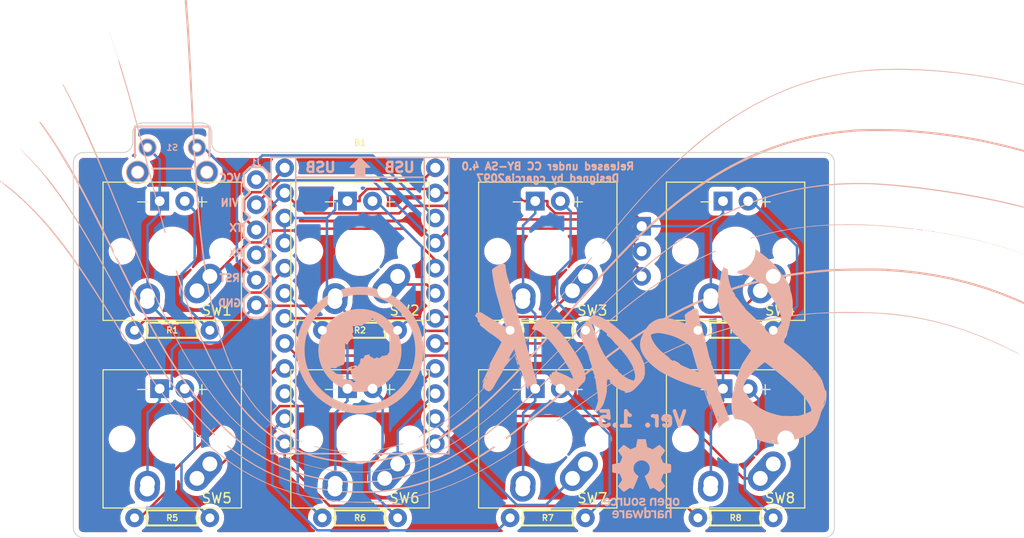
<source format=kicad_pcb>
(kicad_pcb (version 20171130) (host pcbnew 5.1.2-f72e74a~84~ubuntu18.04.1)
  (layers (0 F.Cu signal) (31 B.Cu signal) (34 B.Paste user) (35 F.Paste user) (36 B.SilkS user) (37 F.SilkS user) (38 B.Mask user) (39 F.Mask user) (44 Edge.Cuts user))
  (net 0 "")
  (net 1 VIN)
  (net 2 GND)
  (net 3 RESET)
  (net 4 VCC)
  (net 5 KEY1)
  (net 6 KEY2)
  (net 7 KEY3)
  (net 8 KEY4)
  (net 9 KEY5)
  (net 10 KEY6)
  (net 11 KEY7)
  (net 12 KEY8)
  (net 13 LED8)
  (net 14 LED7)
  (net 15 LED6)
  (net 16 LED5)
  (net 17 LED4)
  (net 18 LED3)
  (net 19 LED2)
  (net 20 LED1)
  (net 21 RX)
  (net 22 TX)
  (net 23 "Net-(R1-PadP$2)")
  (net 24 "Net-(R2-PadP$2)")
  (net 25 "Net-(R3-PadP$2)")
  (net 26 "Net-(R4-PadP$2)")
  (net 27 "Net-(R5-PadP$2)")
  (net 28 "Net-(R6-PadP$2)")
  (net 29 "Net-(R7-PadP$2)")
  (net 30 "Net-(R8-PadP$2)")
  (module Connectors:1X03_NO_SILK (layer F.Cu) (at 172.5 92.54 90)
    (fp_text reference >NAME hide)
    (fp_text value >VALUE hide)
    (pad 3 thru_hole rect (at 5.08 0 90) (size 1.8796 1.8796) (drill 1.016) (layers *.Cu *.Mask) (net 2 GND))
    (pad 2 thru_hole circle (at 2.54 0 90) (size 1.8796 1.8796) (drill 1.016) (layers *.Cu *.Mask) (net 21 RX))
    (pad 1 thru_hole circle (at 0 0 90) (size 1.8796 1.8796) (drill 1.016) (layers *.Cu *.Mask) (net 4 VCC))
  )
  (module logos:osu_ontario_silkscreen_15mm_x_15mm (layer B.Cu) (at 144 100 180)
    (fp_text reference G2 hide)
    (fp_text value LOGO hide)
  )
  (module logos:bionic_medium (layer B.Cu) (at 157 98.425 180)
    (fp_text reference G3 hide)
    (fp_text value LOGO hide)
  )
  (module Symbol:OSHW-Logo_7.5x8mm_SilkScreen (layer B.Cu) (at 172.5 113.03 180)
    (fp_text reference REF1 hide)
    (fp_text value OSHW-Logo_7.5x8mm_SilkScreen hide)
  )
  (module Boards:SPARKFUN_PRO_MICRO (layer F.Cu) (at 144 94.25)
    (fp_text reference B1 (at 0 -15.24) (layer F.SilkS) (effects (font (size 0.6096 0.6096) (thickness 0.127))))
    (fp_text value >VALUE hide)
    (pad 24 thru_hole circle (at 7.62 -12.7) (size 1.8796 1.8796) (drill 1.016) (layers *.Cu *.Mask) (net 1 VIN))
    (pad 23 thru_hole circle (at 7.62 -10.16) (size 1.8796 1.8796) (drill 1.016) (layers *.Cu *.Mask) (net 2 GND))
    (pad 22 thru_hole circle (at 7.62 -7.62) (size 1.8796 1.8796) (drill 1.016) (layers *.Cu *.Mask) (net 3 RESET))
    (pad 21 thru_hole circle (at 7.62 -5.08) (size 1.8796 1.8796) (drill 1.016) (layers *.Cu *.Mask) (net 4 VCC))
    (pad 20 thru_hole circle (at 7.62 -2.54) (size 1.8796 1.8796) (drill 1.016) (layers *.Cu *.Mask) (net 5 KEY1))
    (pad 19 thru_hole circle (at 7.62 0) (size 1.8796 1.8796) (drill 1.016) (layers *.Cu *.Mask) (net 6 KEY2))
    (pad 18 thru_hole circle (at 7.62 2.54) (size 1.8796 1.8796) (drill 1.016) (layers *.Cu *.Mask) (net 7 KEY3))
    (pad 17 thru_hole circle (at 7.62 5.08) (size 1.8796 1.8796) (drill 1.016) (layers *.Cu *.Mask) (net 8 KEY4))
    (pad 16 thru_hole circle (at 7.62 7.62) (size 1.8796 1.8796) (drill 1.016) (layers *.Cu *.Mask) (net 9 KEY5))
    (pad 15 thru_hole circle (at 7.62 10.16) (size 1.8796 1.8796) (drill 1.016) (layers *.Cu *.Mask) (net 10 KEY6))
    (pad 14 thru_hole circle (at 7.62 12.7) (size 1.8796 1.8796) (drill 1.016) (layers *.Cu *.Mask) (net 11 KEY7))
    (pad 13 thru_hole circle (at 7.62 15.24) (size 1.8796 1.8796) (drill 1.016) (layers *.Cu *.Mask) (net 12 KEY8))
    (pad 12 thru_hole circle (at -7.62 15.24) (size 1.8796 1.8796) (drill 1.016) (layers *.Cu *.Mask) (net 13 LED8))
    (pad 11 thru_hole circle (at -7.62 12.7) (size 1.8796 1.8796) (drill 1.016) (layers *.Cu *.Mask) (net 14 LED7))
    (pad 10 thru_hole circle (at -7.62 10.16) (size 1.8796 1.8796) (drill 1.016) (layers *.Cu *.Mask) (net 15 LED6))
    (pad 9 thru_hole circle (at -7.62 7.62) (size 1.8796 1.8796) (drill 1.016) (layers *.Cu *.Mask) (net 16 LED5))
    (pad 8 thru_hole circle (at -7.62 5.08) (size 1.8796 1.8796) (drill 1.016) (layers *.Cu *.Mask) (net 17 LED4))
    (pad 7 thru_hole circle (at -7.62 2.54) (size 1.8796 1.8796) (drill 1.016) (layers *.Cu *.Mask) (net 18 LED3))
    (pad 6 thru_hole circle (at -7.62 0) (size 1.8796 1.8796) (drill 1.016) (layers *.Cu *.Mask) (net 19 LED2))
    (pad 5 thru_hole circle (at -7.62 -2.54) (size 1.8796 1.8796) (drill 1.016) (layers *.Cu *.Mask) (net 20 LED1))
    (pad 4 thru_hole circle (at -7.62 -5.08) (size 1.8796 1.8796) (drill 1.016) (layers *.Cu *.Mask) (net 2 GND))
    (pad 3 thru_hole circle (at -7.62 -7.62) (size 1.8796 1.8796) (drill 1.016) (layers *.Cu *.Mask) (net 2 GND))
    (pad 2 thru_hole circle (at -7.62 -10.16) (size 1.8796 1.8796) (drill 1.016) (layers *.Cu *.Mask) (net 21 RX))
    (pad 1 thru_hole circle (at -7.62 -12.7) (size 1.8796 1.8796) (drill 1.016) (layers *.Cu *.Mask) (net 22 TX))
  )
  (module Resistors:AXIAL-0.3 (layer F.Cu) (at 163 98)
    (fp_text reference R3 (at 0 0) (layer F.SilkS) (effects (font (size 0.6096 0.6096) (thickness 0.127))))
    (fp_text value RESISTORAXIAL-0.3 hide)
    (pad P$2 thru_hole circle (at 3.81 0) (size 1.8796 1.8796) (drill 0.89916) (layers *.Cu *.Mask) (net 25 "Net-(R3-PadP$2)"))
    (pad P$1 thru_hole circle (at -3.81 0) (size 1.8796 1.8796) (drill 0.89916) (layers *.Cu *.Mask) (net 18 LED3))
  )
  (module libkeyswitch-1_1:MX_ALPS_LED_PCB_MOUNT_1.0 (layer F.Cu) (at 163 90 180)
    (fp_text reference SW3 (at -4.5 -6) (layer F.SilkS))
    (fp_text value MOMENTARY-SWITCH-SPST-LED-PTH-CHERRY)
    (pad A thru_hole circle (at -1.27 5.08 180) (size 1.905 1.905) (drill 0.9906) (layers *.Cu *.Mask) (net 25 "Net-(R3-PadP$2)"))
    (pad K thru_hole rect (at 1.27 5.08 180) (size 1.905 1.905) (drill 0.9906) (layers *.Cu *.Mask) (net 2 GND))
    (pad "" np_thru_hole circle (at 0 0 180) (size 3.9878 3.9878) (drill 3.9878) (layers *.Cu *.Mask))
    (pad S2 thru_hole custom (at 2.5 -4.5 180) (size 2.54 2.54) (drill 1.4986) (layers *.Cu *.Mask) (net 2 GND) (options (clearance outline) (anchor circle)) (primitives (gr_line (start 0 0) (end 0.04 -0.58) (width 2.54))))
    (pad S2 thru_hole circle (at 2.54 -5.08 180) (size 2.54 2.54) (drill 1.4986) (layers *.Cu *.Mask) (net 2 GND))
    (pad "" np_thru_hole circle (at -5.08 0 180) (size 1.7018 1.7018) (drill 1.7018) (layers *.Cu *.Mask))
    (pad S1 thru_hole custom (at -3.81 -2.54 180) (size 2.54 2.54) (drill 1.4986) (layers *.Cu *.Mask) (net 7 KEY3) (options (clearance outline) (anchor circle)) (primitives (gr_line (start 0 0) (end 1.31 -1.46) (width 2.54))))
    (pad S1 thru_hole circle (at -2.5 -4 180) (size 2.54 2.54) (drill 1.4986) (layers *.Cu *.Mask) (net 7 KEY3))
    (pad "" np_thru_hole circle (at 5.08 0 180) (size 1.7018 1.7018) (drill 1.7018) (layers *.Cu *.Mask))
  )
  (module libkeyswitch-1_1:MX_ALPS_LED_PCB_MOUNT_1.0 (layer F.Cu) (at 182 109 180)
    (fp_text reference SW8 (at -4.5 -6) (layer F.SilkS))
    (fp_text value MOMENTARY-SWITCH-SPST-LED-PTH-CHERRY)
    (pad A thru_hole circle (at -1.27 5.08 180) (size 1.905 1.905) (drill 0.9906) (layers *.Cu *.Mask) (net 30 "Net-(R8-PadP$2)"))
    (pad K thru_hole rect (at 1.27 5.08 180) (size 1.905 1.905) (drill 0.9906) (layers *.Cu *.Mask) (net 2 GND))
    (pad "" np_thru_hole circle (at 0 0 180) (size 3.9878 3.9878) (drill 3.9878) (layers *.Cu *.Mask))
    (pad S2 thru_hole custom (at 2.5 -4.5 180) (size 2.54 2.54) (drill 1.4986) (layers *.Cu *.Mask) (net 2 GND) (options (clearance outline) (anchor circle)) (primitives (gr_line (start 0 0) (end 0.04 -0.58) (width 2.54))))
    (pad S2 thru_hole circle (at 2.54 -5.08 180) (size 2.54 2.54) (drill 1.4986) (layers *.Cu *.Mask) (net 2 GND))
    (pad "" np_thru_hole circle (at -5.08 0 180) (size 1.7018 1.7018) (drill 1.7018) (layers *.Cu *.Mask))
    (pad S1 thru_hole custom (at -3.81 -2.54 180) (size 2.54 2.54) (drill 1.4986) (layers *.Cu *.Mask) (net 12 KEY8) (options (clearance outline) (anchor circle)) (primitives (gr_line (start 0 0) (end 1.31 -1.46) (width 2.54))))
    (pad S1 thru_hole circle (at -2.5 -4 180) (size 2.54 2.54) (drill 1.4986) (layers *.Cu *.Mask) (net 12 KEY8))
    (pad "" np_thru_hole circle (at 5.08 0 180) (size 1.7018 1.7018) (drill 1.7018) (layers *.Cu *.Mask))
  )
  (module Resistors:AXIAL-0.3 (layer F.Cu) (at 144 117)
    (fp_text reference R6 (at 0 0) (layer F.SilkS) (effects (font (size 0.6096 0.6096) (thickness 0.127))))
    (fp_text value RESISTORAXIAL-0.3 hide)
    (pad P$2 thru_hole circle (at 3.81 0) (size 1.8796 1.8796) (drill 0.89916) (layers *.Cu *.Mask) (net 28 "Net-(R6-PadP$2)"))
    (pad P$1 thru_hole circle (at -3.81 0) (size 1.8796 1.8796) (drill 0.89916) (layers *.Cu *.Mask) (net 15 LED6))
  )
  (module libkeyswitch-1_1:MX_ALPS_LED_PCB_MOUNT_1.0 (layer F.Cu) (at 182 90 180)
    (fp_text reference SW4 (at -4.5 -6) (layer F.SilkS))
    (fp_text value MOMENTARY-SWITCH-SPST-LED-PTH-CHERRY)
    (pad A thru_hole circle (at -1.27 5.08 180) (size 1.905 1.905) (drill 0.9906) (layers *.Cu *.Mask) (net 26 "Net-(R4-PadP$2)"))
    (pad K thru_hole rect (at 1.27 5.08 180) (size 1.905 1.905) (drill 0.9906) (layers *.Cu *.Mask) (net 2 GND))
    (pad "" np_thru_hole circle (at 0 0 180) (size 3.9878 3.9878) (drill 3.9878) (layers *.Cu *.Mask))
    (pad S2 thru_hole custom (at 2.5 -4.5 180) (size 2.54 2.54) (drill 1.4986) (layers *.Cu *.Mask) (net 2 GND) (options (clearance outline) (anchor circle)) (primitives (gr_line (start 0 0) (end 0.04 -0.58) (width 2.54))))
    (pad S2 thru_hole circle (at 2.54 -5.08 180) (size 2.54 2.54) (drill 1.4986) (layers *.Cu *.Mask) (net 2 GND))
    (pad "" np_thru_hole circle (at -5.08 0 180) (size 1.7018 1.7018) (drill 1.7018) (layers *.Cu *.Mask))
    (pad S1 thru_hole custom (at -3.81 -2.54 180) (size 2.54 2.54) (drill 1.4986) (layers *.Cu *.Mask) (net 8 KEY4) (options (clearance outline) (anchor circle)) (primitives (gr_line (start 0 0) (end 1.31 -1.46) (width 2.54))))
    (pad S1 thru_hole circle (at -2.5 -4 180) (size 2.54 2.54) (drill 1.4986) (layers *.Cu *.Mask) (net 8 KEY4))
    (pad "" np_thru_hole circle (at 5.08 0 180) (size 1.7018 1.7018) (drill 1.7018) (layers *.Cu *.Mask))
  )
  (module Switches:TACTILE_SWITCH_PTH_RIGHT_ANGLE_KIT (layer B.Cu) (at 125 79.5)
    (fp_text reference S1 (at 0 0) (layer B.SilkS) (effects (font (size 0.6096 0.6096) (thickness 0.127)) (justify mirror)))
    (fp_text value MOMENTARY-SWITCH-SPST-PTH-RIGHT-ANGLE-KIT hide)
    (pad ANCH thru_hole circle (at 3.49758 2.49936) (size 2.19964 2.19964) (drill 1.19888) (layers *.Cu *.Mask))
    (pad ANCH thru_hole circle (at -3.49758 2.49936) (size 2.19964 2.19964) (drill 1.19888) (layers *.Cu *.Mask))
    (pad 2 thru_hole circle (at 2.49936 0) (size 1.69926 1.69926) (drill 0.79756) (layers *.Cu *.Mask) (net 3 RESET))
    (pad 1 thru_hole circle (at -2.49936 0) (size 1.69926 1.69926) (drill 0.79756) (layers *.Cu *.Mask) (net 2 GND))
  )
  (module Connectors:1X06 (layer B.Cu) (at 133.5 82.75 270)
    (fp_text reference J1 (at -1.75 0) (layer B.SilkS) (effects (font (size 0.6096 0.6096) (thickness 0.127)) (justify mirror)))
    (fp_text value CONN_06NO_SILK_FEMALE_PTH hide)
    (pad 6 thru_hole circle (at 12.7 0 270) (size 1.8796 1.8796) (drill 1.016) (layers *.Cu *.Mask) (net 2 GND))
    (pad 5 thru_hole circle (at 10.16 0 270) (size 1.8796 1.8796) (drill 1.016) (layers *.Cu *.Mask) (net 3 RESET))
    (pad 4 thru_hole circle (at 7.62 0 270) (size 1.8796 1.8796) (drill 1.016) (layers *.Cu *.Mask) (net 21 RX))
    (pad 3 thru_hole circle (at 5.08 0 270) (size 1.8796 1.8796) (drill 1.016) (layers *.Cu *.Mask) (net 22 TX))
    (pad 2 thru_hole circle (at 2.54 0 270) (size 1.8796 1.8796) (drill 1.016) (layers *.Cu *.Mask) (net 1 VIN))
    (pad 1 thru_hole circle (at 0 0 270) (size 1.8796 1.8796) (drill 1.016) (layers *.Cu *.Mask) (net 4 VCC))
  )
  (module Resistors:AXIAL-0.3 (layer F.Cu) (at 144 98)
    (fp_text reference R2 (at 0 0) (layer F.SilkS) (effects (font (size 0.6096 0.6096) (thickness 0.127))))
    (fp_text value RESISTORAXIAL-0.3 hide)
    (pad P$2 thru_hole circle (at 3.81 0) (size 1.8796 1.8796) (drill 0.89916) (layers *.Cu *.Mask) (net 24 "Net-(R2-PadP$2)"))
    (pad P$1 thru_hole circle (at -3.81 0) (size 1.8796 1.8796) (drill 0.89916) (layers *.Cu *.Mask) (net 19 LED2))
  )
  (module Resistors:AXIAL-0.3 (layer F.Cu) (at 182 98)
    (fp_text reference R4 (at 0 0) (layer F.SilkS) (effects (font (size 0.6096 0.6096) (thickness 0.127))))
    (fp_text value RESISTORAXIAL-0.3 hide)
    (pad P$2 thru_hole circle (at 3.81 0) (size 1.8796 1.8796) (drill 0.89916) (layers *.Cu *.Mask) (net 26 "Net-(R4-PadP$2)"))
    (pad P$1 thru_hole circle (at -3.81 0) (size 1.8796 1.8796) (drill 0.89916) (layers *.Cu *.Mask) (net 17 LED4))
  )
  (module libkeyswitch-1_1:MX_ALPS_LED_PCB_MOUNT_1.0 (layer F.Cu) (at 144 109 180)
    (fp_text reference SW6 (at -4.5 -6) (layer F.SilkS))
    (fp_text value MOMENTARY-SWITCH-SPST-LED-PTH-CHERRY)
    (pad A thru_hole circle (at -1.27 5.08 180) (size 1.905 1.905) (drill 0.9906) (layers *.Cu *.Mask) (net 28 "Net-(R6-PadP$2)"))
    (pad K thru_hole rect (at 1.27 5.08 180) (size 1.905 1.905) (drill 0.9906) (layers *.Cu *.Mask) (net 2 GND))
    (pad "" np_thru_hole circle (at 0 0 180) (size 3.9878 3.9878) (drill 3.9878) (layers *.Cu *.Mask))
    (pad S2 thru_hole custom (at 2.5 -4.5 180) (size 2.54 2.54) (drill 1.4986) (layers *.Cu *.Mask) (net 2 GND) (options (clearance outline) (anchor circle)) (primitives (gr_line (start 0 0) (end 0.04 -0.58) (width 2.54))))
    (pad S2 thru_hole circle (at 2.54 -5.08 180) (size 2.54 2.54) (drill 1.4986) (layers *.Cu *.Mask) (net 2 GND))
    (pad "" np_thru_hole circle (at -5.08 0 180) (size 1.7018 1.7018) (drill 1.7018) (layers *.Cu *.Mask))
    (pad S1 thru_hole custom (at -3.81 -2.54 180) (size 2.54 2.54) (drill 1.4986) (layers *.Cu *.Mask) (net 10 KEY6) (options (clearance outline) (anchor circle)) (primitives (gr_line (start 0 0) (end 1.31 -1.46) (width 2.54))))
    (pad S1 thru_hole circle (at -2.5 -4 180) (size 2.54 2.54) (drill 1.4986) (layers *.Cu *.Mask) (net 10 KEY6))
    (pad "" np_thru_hole circle (at 5.08 0 180) (size 1.7018 1.7018) (drill 1.7018) (layers *.Cu *.Mask))
  )
  (module Resistors:AXIAL-0.3 (layer F.Cu) (at 125 98)
    (fp_text reference R1 (at 0 0) (layer F.SilkS) (effects (font (size 0.6096 0.6096) (thickness 0.127))))
    (fp_text value RESISTORAXIAL-0.3 hide)
    (pad P$2 thru_hole circle (at 3.81 0) (size 1.8796 1.8796) (drill 0.89916) (layers *.Cu *.Mask) (net 23 "Net-(R1-PadP$2)"))
    (pad P$1 thru_hole circle (at -3.81 0) (size 1.8796 1.8796) (drill 0.89916) (layers *.Cu *.Mask) (net 20 LED1))
  )
  (module Resistors:AXIAL-0.3 (layer F.Cu) (at 125 117)
    (fp_text reference R5 (at 0 0) (layer F.SilkS) (effects (font (size 0.6096 0.6096) (thickness 0.127))))
    (fp_text value RESISTORAXIAL-0.3 hide)
    (pad P$2 thru_hole circle (at 3.81 0) (size 1.8796 1.8796) (drill 0.89916) (layers *.Cu *.Mask) (net 27 "Net-(R5-PadP$2)"))
    (pad P$1 thru_hole circle (at -3.81 0) (size 1.8796 1.8796) (drill 0.89916) (layers *.Cu *.Mask) (net 16 LED5))
  )
  (module libkeyswitch-1_1:MX_ALPS_LED_PCB_MOUNT_1.0 (layer F.Cu) (at 125 109 180)
    (fp_text reference SW5 (at -4.5 -6) (layer F.SilkS))
    (fp_text value MOMENTARY-SWITCH-SPST-LED-PTH-CHERRY)
    (pad A thru_hole circle (at -1.27 5.08 180) (size 1.905 1.905) (drill 0.9906) (layers *.Cu *.Mask) (net 27 "Net-(R5-PadP$2)"))
    (pad K thru_hole rect (at 1.27 5.08 180) (size 1.905 1.905) (drill 0.9906) (layers *.Cu *.Mask) (net 2 GND))
    (pad "" np_thru_hole circle (at 0 0 180) (size 3.9878 3.9878) (drill 3.9878) (layers *.Cu *.Mask))
    (pad S2 thru_hole custom (at 2.5 -4.5 180) (size 2.54 2.54) (drill 1.4986) (layers *.Cu *.Mask) (net 2 GND) (options (clearance outline) (anchor circle)) (primitives (gr_line (start 0 0) (end 0.04 -0.58) (width 2.54))))
    (pad S2 thru_hole circle (at 2.54 -5.08 180) (size 2.54 2.54) (drill 1.4986) (layers *.Cu *.Mask) (net 2 GND))
    (pad "" np_thru_hole circle (at -5.08 0 180) (size 1.7018 1.7018) (drill 1.7018) (layers *.Cu *.Mask))
    (pad S1 thru_hole custom (at -3.81 -2.54 180) (size 2.54 2.54) (drill 1.4986) (layers *.Cu *.Mask) (net 9 KEY5) (options (clearance outline) (anchor circle)) (primitives (gr_line (start 0 0) (end 1.31 -1.46) (width 2.54))))
    (pad S1 thru_hole circle (at -2.5 -4 180) (size 2.54 2.54) (drill 1.4986) (layers *.Cu *.Mask) (net 9 KEY5))
    (pad "" np_thru_hole circle (at 5.08 0 180) (size 1.7018 1.7018) (drill 1.7018) (layers *.Cu *.Mask))
  )
  (module libkeyswitch-1_1:MX_ALPS_LED_PCB_MOUNT_1.0 (layer F.Cu) (at 144 90 180)
    (fp_text reference SW2 (at -4.5 -6) (layer F.SilkS))
    (fp_text value MOMENTARY-SWITCH-SPST-LED-PTH-CHERRY)
    (pad A thru_hole circle (at -1.27 5.08 180) (size 1.905 1.905) (drill 0.9906) (layers *.Cu *.Mask) (net 24 "Net-(R2-PadP$2)"))
    (pad K thru_hole rect (at 1.27 5.08 180) (size 1.905 1.905) (drill 0.9906) (layers *.Cu *.Mask) (net 2 GND))
    (pad "" np_thru_hole circle (at 0 0 180) (size 3.9878 3.9878) (drill 3.9878) (layers *.Cu *.Mask))
    (pad S2 thru_hole custom (at 2.5 -4.5 180) (size 2.54 2.54) (drill 1.4986) (layers *.Cu *.Mask) (net 2 GND) (options (clearance outline) (anchor circle)) (primitives (gr_line (start 0 0) (end 0.04 -0.58) (width 2.54))))
    (pad S2 thru_hole circle (at 2.54 -5.08 180) (size 2.54 2.54) (drill 1.4986) (layers *.Cu *.Mask) (net 2 GND))
    (pad "" np_thru_hole circle (at -5.08 0 180) (size 1.7018 1.7018) (drill 1.7018) (layers *.Cu *.Mask))
    (pad S1 thru_hole custom (at -3.81 -2.54 180) (size 2.54 2.54) (drill 1.4986) (layers *.Cu *.Mask) (net 6 KEY2) (options (clearance outline) (anchor circle)) (primitives (gr_line (start 0 0) (end 1.31 -1.46) (width 2.54))))
    (pad S1 thru_hole circle (at -2.5 -4 180) (size 2.54 2.54) (drill 1.4986) (layers *.Cu *.Mask) (net 6 KEY2))
    (pad "" np_thru_hole circle (at 5.08 0 180) (size 1.7018 1.7018) (drill 1.7018) (layers *.Cu *.Mask))
  )
  (module libkeyswitch-1_1:MX_ALPS_LED_PCB_MOUNT_1.0 (layer F.Cu) (at 163 109 180)
    (fp_text reference SW7 (at -4.5 -6) (layer F.SilkS))
    (fp_text value MOMENTARY-SWITCH-SPST-LED-PTH-CHERRY)
    (pad A thru_hole circle (at -1.27 5.08 180) (size 1.905 1.905) (drill 0.9906) (layers *.Cu *.Mask) (net 29 "Net-(R7-PadP$2)"))
    (pad K thru_hole rect (at 1.27 5.08 180) (size 1.905 1.905) (drill 0.9906) (layers *.Cu *.Mask) (net 2 GND))
    (pad "" np_thru_hole circle (at 0 0 180) (size 3.9878 3.9878) (drill 3.9878) (layers *.Cu *.Mask))
    (pad S2 thru_hole custom (at 2.5 -4.5 180) (size 2.54 2.54) (drill 1.4986) (layers *.Cu *.Mask) (net 2 GND) (options (clearance outline) (anchor circle)) (primitives (gr_line (start 0 0) (end 0.04 -0.58) (width 2.54))))
    (pad S2 thru_hole circle (at 2.54 -5.08 180) (size 2.54 2.54) (drill 1.4986) (layers *.Cu *.Mask) (net 2 GND))
    (pad "" np_thru_hole circle (at -5.08 0 180) (size 1.7018 1.7018) (drill 1.7018) (layers *.Cu *.Mask))
    (pad S1 thru_hole custom (at -3.81 -2.54 180) (size 2.54 2.54) (drill 1.4986) (layers *.Cu *.Mask) (net 11 KEY7) (options (clearance outline) (anchor circle)) (primitives (gr_line (start 0 0) (end 1.31 -1.46) (width 2.54))))
    (pad S1 thru_hole circle (at -2.5 -4 180) (size 2.54 2.54) (drill 1.4986) (layers *.Cu *.Mask) (net 11 KEY7))
    (pad "" np_thru_hole circle (at 5.08 0 180) (size 1.7018 1.7018) (drill 1.7018) (layers *.Cu *.Mask))
  )
  (module Resistors:AXIAL-0.3 (layer F.Cu) (at 182 117)
    (fp_text reference R8 (at 0 0) (layer F.SilkS) (effects (font (size 0.6096 0.6096) (thickness 0.127))))
    (fp_text value RESISTORAXIAL-0.3 hide)
    (pad P$2 thru_hole circle (at 3.81 0) (size 1.8796 1.8796) (drill 0.89916) (layers *.Cu *.Mask) (net 30 "Net-(R8-PadP$2)"))
    (pad P$1 thru_hole circle (at -3.81 0) (size 1.8796 1.8796) (drill 0.89916) (layers *.Cu *.Mask) (net 13 LED8))
  )
  (module libkeyswitch-1_1:MX_ALPS_LED_PCB_MOUNT_1.0 (layer F.Cu) (at 125 90 180)
    (fp_text reference SW1 (at -4.5 -6) (layer F.SilkS))
    (fp_text value MOMENTARY-SWITCH-SPST-LED-PTH-CHERRY)
    (pad A thru_hole circle (at -1.27 5.08 180) (size 1.905 1.905) (drill 0.9906) (layers *.Cu *.Mask) (net 23 "Net-(R1-PadP$2)"))
    (pad K thru_hole rect (at 1.27 5.08 180) (size 1.905 1.905) (drill 0.9906) (layers *.Cu *.Mask) (net 2 GND))
    (pad "" np_thru_hole circle (at 0 0 180) (size 3.9878 3.9878) (drill 3.9878) (layers *.Cu *.Mask))
    (pad S2 thru_hole custom (at 2.5 -4.5 180) (size 2.54 2.54) (drill 1.4986) (layers *.Cu *.Mask) (net 2 GND) (options (clearance outline) (anchor circle)) (primitives (gr_line (start 0 0) (end 0.04 -0.58) (width 2.54))))
    (pad S2 thru_hole circle (at 2.54 -5.08 180) (size 2.54 2.54) (drill 1.4986) (layers *.Cu *.Mask) (net 2 GND))
    (pad "" np_thru_hole circle (at -5.08 0 180) (size 1.7018 1.7018) (drill 1.7018) (layers *.Cu *.Mask))
    (pad S1 thru_hole custom (at -3.81 -2.54 180) (size 2.54 2.54) (drill 1.4986) (layers *.Cu *.Mask) (net 5 KEY1) (options (clearance outline) (anchor circle)) (primitives (gr_line (start 0 0) (end 1.31 -1.46) (width 2.54))))
    (pad S1 thru_hole circle (at -2.5 -4 180) (size 2.54 2.54) (drill 1.4986) (layers *.Cu *.Mask) (net 5 KEY1))
    (pad "" np_thru_hole circle (at 5.08 0 180) (size 1.7018 1.7018) (drill 1.7018) (layers *.Cu *.Mask))
  )
  (module Resistors:AXIAL-0.3 (layer F.Cu) (at 163 117)
    (fp_text reference R7 (at 0 0) (layer F.SilkS) (effects (font (size 0.6096 0.6096) (thickness 0.127))))
    (fp_text value RESISTORAXIAL-0.3 hide)
    (pad P$2 thru_hole circle (at 3.81 0) (size 1.8796 1.8796) (drill 0.89916) (layers *.Cu *.Mask) (net 29 "Net-(R7-PadP$2)"))
    (pad P$1 thru_hole circle (at -3.81 0) (size 1.8796 1.8796) (drill 0.89916) (layers *.Cu *.Mask) (net 14 LED7))
  )
  (module logos:logo_name (layer B.Cu) (at 172.5 99.5 180)
    (fp_text reference G1 hide)
    (fp_text value LOGO hide)
  )
  (gr_text "GND\n" (at 130.81 95.25) (layer B.SilkS) (effects (font (size 0.75 0.75) (thickness 0.1875)) (justify mirror)))
  (gr_text "RST\n" (at 130.81 92.71) (layer B.SilkS) (effects (font (size 0.75 0.75) (thickness 0.1875)) (justify mirror)))
  (gr_text RX (at 131.445 90.17) (layer B.SilkS) (effects (font (size 0.75 0.75) (thickness 0.1875)) (justify mirror)))
  (gr_text TX (at 131.445 87.63) (layer B.SilkS) (effects (font (size 0.75 0.75) (thickness 0.1875)) (justify mirror)))
  (gr_text VIN (at 130.81 85.09) (layer B.SilkS) (effects (font (size 0.75 0.75) (thickness 0.1875)) (justify mirror)))
  (gr_text VCC (at 130.81 82.55) (layer B.SilkS) (effects (font (size 0.75 0.75) (thickness 0.1875)) (justify mirror)))
  (gr_text "Ver. 1.5" (at 172.5 107) (layer B.SilkS) (effects (font (size 1.5 1.5) (thickness 0.375)) (justify mirror)))
  (gr_text "Released under CC BY-SA 4.0\nDesigned by cgarcia2097" (at 163 82) (layer B.SilkS) (effects (font (size 0.75 0.75) (thickness 0.1875)) (justify mirror)))
  (gr_text USB (at 148 81.5) (layer B.SilkS) (effects (font (size 1 1) (thickness 0.25)) (justify mirror)))
  (gr_text USB (at 140 81.5) (layer B.SilkS) (effects (font (size 1 1) (thickness 0.25)) (justify mirror)))
  (gr_poly (pts (xy 144 80.5) (xy 143 81.5) (xy 143.5 81.5) (xy 143.5 82.5) (xy 144.5 82.5) (xy 144.5 81.5) (xy 145 81.5)) (layer B.SilkS) (width 0.1))
  (gr_line (start 137.5 82.5) (end 150.5 82.5) (layer B.SilkS) (width 0.15))
  (gr_line (start 150.5 110.5) (end 150.5 80.5) (layer B.SilkS) (width 0.15))
  (gr_line (start 137.5 80.5) (end 137.5 110.5) (layer B.SilkS) (width 0.15))
  (gr_line (start 135 110.5) (end 135 80.5) (layer B.SilkS) (width 0.15))
  (gr_line (start 153 110.5) (end 135 110.5) (layer B.SilkS) (width 0.15))
  (gr_line (start 153 80.5) (end 153 110.5) (layer B.SilkS) (width 0.15))
  (gr_line (start 135 80.5) (end 153 80.5) (layer B.SilkS) (width 0.15))
  (gr_line (start 130 80) (end 191 80) (layer Edge.Cuts) (width 0.1))
  (gr_line (start 116 80) (end 120 80) (layer Edge.Cuts) (width 0.1))
  (gr_line (start 121 78) (end 121 79) (layer Edge.Cuts) (width 0.1))
  (gr_line (start 128 77) (end 122 77) (layer Edge.Cuts) (width 0.1))
  (gr_line (start 129 79) (end 129 78) (layer Edge.Cuts) (width 0.1))
  (gr_arc (start 120 79) (end 120 80) (angle -90) (layer Edge.Cuts) (width 0.1))
  (gr_arc (start 128 78) (end 129 78) (angle -90) (layer Edge.Cuts) (width 0.1))
  (gr_arc (start 122 78) (end 122 77) (angle -90) (layer Edge.Cuts) (width 0.1))
  (gr_arc (start 130 79) (end 129 79) (angle -90) (layer Edge.Cuts) (width 0.1))
  (gr_arc (start 116 81) (end 116 80) (angle -90) (layer Edge.Cuts) (width 0.1))
  (gr_arc (start 191 118) (end 191 119) (angle -90) (layer Edge.Cuts) (width 0.1))
  (gr_line (start 116 119) (end 191 119) (layer Edge.Cuts) (width 0.1))
  (gr_line (start 192 118) (end 192 81) (layer Edge.Cuts) (width 0.1))
  (gr_line (start 115 81) (end 115 118) (layer Edge.Cuts) (width 0.1))
  (gr_arc (start 116 118) (end 115 118) (angle -90) (layer Edge.Cuts) (width 0.1))
  (gr_arc (start 191 81) (end 192 81) (angle -90) (layer Edge.Cuts) (width 0.1))
  (segment (start 133.5 85.29) (end 133.5 85.2149) (width 0.254) (layer F.Cu) (net 1))
  (segment (start 133.5 85.2149) (end 135.8949 82.82) (width 0.254) (layer F.Cu) (net 1))
  (segment (start 135.8949 82.82) (end 150.35 82.82) (width 0.254) (layer F.Cu) (net 1))
  (segment (start 150.35 82.82) (end 151.62 81.55) (width 0.254) (layer F.Cu) (net 1))
  (segment (start 161.73 103.92) (end 161.73 105.1522) (width 0.254) (layer B.Cu) (net 2))
  (segment (start 160.5 113.5) (end 160.5 106.3822) (width 0.254) (layer B.Cu) (net 2))
  (segment (start 160.5 106.3822) (end 161.73 105.1522) (width 0.254) (layer B.Cu) (net 2))
  (segment (start 160.46 114.08) (end 160.5 114.04) (width 0.254) (layer B.Cu) (net 2))
  (segment (start 160.5 114.04) (end 160.5 113.5) (width 0.254) (layer B.Cu) (net 2))
  (segment (start 160.46 95.08) (end 161.73 96.35) (width 0.254) (layer B.Cu) (net 2))
  (segment (start 161.73 96.35) (end 161.73 103.92) (width 0.254) (layer B.Cu) (net 2))
  (segment (start 160.5 94.5) (end 160.46 94.54) (width 0.254) (layer B.Cu) (net 2))
  (segment (start 160.46 94.54) (end 160.46 95.08) (width 0.254) (layer B.Cu) (net 2))
  (segment (start 161.73 86.1522) (end 160.5 87.3822) (width 0.254) (layer B.Cu) (net 2))
  (segment (start 160.5 87.3822) (end 160.5 94.5) (width 0.254) (layer B.Cu) (net 2))
  (segment (start 161.73 84.92) (end 161.73 86.1522) (width 0.254) (layer B.Cu) (net 2))
  (segment (start 151.62 84.09) (end 159.6678 84.09) (width 0.254) (layer F.Cu) (net 2))
  (segment (start 159.6678 84.09) (end 160.4978 84.92) (width 0.254) (layer F.Cu) (net 2))
  (segment (start 143.9622 84.92) (end 143.9622 84.4578) (width 0.254) (layer F.Cu) (net 2))
  (segment (start 143.9622 84.4578) (end 144.7322 83.6878) (width 0.254) (layer F.Cu) (net 2))
  (segment (start 144.7322 83.6878) (end 151.2178 83.6878) (width 0.254) (layer F.Cu) (net 2))
  (segment (start 151.2178 83.6878) (end 151.62 84.09) (width 0.254) (layer F.Cu) (net 2))
  (segment (start 161.73 84.92) (end 160.4978 84.92) (width 0.254) (layer F.Cu) (net 2))
  (segment (start 161.73 84.92) (end 162.9622 84.92) (width 0.254) (layer F.Cu) (net 2))
  (segment (start 162.9622 84.92) (end 162.9622 85.3822) (width 0.254) (layer F.Cu) (net 2))
  (segment (start 162.9622 85.3822) (end 163.7322 86.1522) (width 0.254) (layer F.Cu) (net 2))
  (segment (start 163.7322 86.1522) (end 171.6922 86.1522) (width 0.254) (layer F.Cu) (net 2))
  (segment (start 171.6922 86.1522) (end 173 87.46) (width 0.254) (layer F.Cu) (net 2))
  (segment (start 125.6608 99.2448) (end 124.9622 99.9434) (width 0.254) (layer B.Cu) (net 2))
  (segment (start 124.9622 99.9434) (end 124.9622 103.92) (width 0.254) (layer B.Cu) (net 2))
  (segment (start 122.46 95.08) (end 125.6608 98.2808) (width 0.254) (layer B.Cu) (net 2))
  (segment (start 125.6608 98.2808) (end 125.6608 99.2448) (width 0.254) (layer B.Cu) (net 2))
  (segment (start 125.6608 99.2448) (end 129.7052 99.2448) (width 0.254) (layer B.Cu) (net 2))
  (segment (start 129.7052 99.2448) (end 133.5 95.45) (width 0.254) (layer B.Cu) (net 2))
  (segment (start 122.46 95.08) (end 122.5 95.04) (width 0.254) (layer B.Cu) (net 2))
  (segment (start 122.5 95.04) (end 122.5 94.5) (width 0.254) (layer B.Cu) (net 2))
  (segment (start 123.73 103.92) (end 124.9622 103.92) (width 0.254) (layer B.Cu) (net 2))
  (segment (start 179.5 87.46) (end 179.5 87.3822) (width 0.254) (layer B.Cu) (net 2))
  (segment (start 179.5 87.3822) (end 180.73 86.1522) (width 0.254) (layer B.Cu) (net 2))
  (segment (start 179.5 94.5) (end 179.5 87.46) (width 0.254) (layer B.Cu) (net 2))
  (segment (start 179.5 87.46) (end 173 87.46) (width 0.254) (layer B.Cu) (net 2))
  (segment (start 141.46 95.08) (end 142.73 96.35) (width 0.254) (layer B.Cu) (net 2))
  (segment (start 142.73 96.35) (end 142.73 103.92) (width 0.254) (layer B.Cu) (net 2))
  (segment (start 141.46 95.08) (end 141.5 95.04) (width 0.254) (layer B.Cu) (net 2))
  (segment (start 141.5 95.04) (end 141.5 94.5) (width 0.254) (layer B.Cu) (net 2))
  (segment (start 142.73 103.92) (end 142.73 105.1522) (width 0.254) (layer B.Cu) (net 2))
  (segment (start 141.5 113.5) (end 141.5 106.3822) (width 0.254) (layer B.Cu) (net 2))
  (segment (start 141.5 106.3822) (end 142.73 105.1522) (width 0.254) (layer B.Cu) (net 2))
  (segment (start 141.46 114.08) (end 141.5 114.04) (width 0.254) (layer B.Cu) (net 2))
  (segment (start 141.5 114.04) (end 141.5 113.5) (width 0.254) (layer B.Cu) (net 2))
  (segment (start 142.73 84.92) (end 143.9622 84.92) (width 0.254) (layer F.Cu) (net 2))
  (segment (start 180.73 84.92) (end 180.73 86.1522) (width 0.254) (layer B.Cu) (net 2))
  (segment (start 179.46 95.08) (end 179.5 95.04) (width 0.254) (layer B.Cu) (net 2))
  (segment (start 179.5 95.04) (end 179.5 94.5) (width 0.254) (layer B.Cu) (net 2))
  (segment (start 136.38 86.63) (end 136.38 89.17) (width 0.254) (layer B.Cu) (net 2))
  (segment (start 140.6518 86.63) (end 136.38 86.63) (width 0.254) (layer B.Cu) (net 2))
  (segment (start 180.73 103.92) (end 180.73 105.1522) (width 0.254) (layer B.Cu) (net 2))
  (segment (start 179.5 113.5) (end 179.5 106.3822) (width 0.254) (layer B.Cu) (net 2))
  (segment (start 179.5 106.3822) (end 180.73 105.1522) (width 0.254) (layer B.Cu) (net 2))
  (segment (start 179.46 114.08) (end 179.5 114.04) (width 0.254) (layer B.Cu) (net 2))
  (segment (start 179.5 114.04) (end 179.5 113.5) (width 0.254) (layer B.Cu) (net 2))
  (segment (start 179.46 95.08) (end 180.73 96.35) (width 0.254) (layer B.Cu) (net 2))
  (segment (start 180.73 96.35) (end 180.73 103.92) (width 0.254) (layer B.Cu) (net 2))
  (segment (start 142.73 84.92) (end 141.4978 84.92) (width 0.254) (layer B.Cu) (net 2))
  (segment (start 141.5 94.5) (end 140.6518 93.6518) (width 0.254) (layer B.Cu) (net 2))
  (segment (start 140.6518 93.6518) (end 140.6518 86.63) (width 0.254) (layer B.Cu) (net 2))
  (segment (start 140.6518 86.63) (end 141.4978 85.784) (width 0.254) (layer B.Cu) (net 2))
  (segment (start 141.4978 85.784) (end 141.4978 84.92) (width 0.254) (layer B.Cu) (net 2))
  (segment (start 123.73 103.92) (end 123.73 105.1522) (width 0.254) (layer B.Cu) (net 2))
  (segment (start 122.5 113.5) (end 122.5 106.3822) (width 0.254) (layer B.Cu) (net 2))
  (segment (start 122.5 106.3822) (end 123.73 105.1522) (width 0.254) (layer B.Cu) (net 2))
  (segment (start 122.46 114.08) (end 122.5 114.04) (width 0.254) (layer B.Cu) (net 2))
  (segment (start 122.5 114.04) (end 122.5 113.5) (width 0.254) (layer B.Cu) (net 2))
  (segment (start 133.5 95.45) (end 133.57 95.52) (width 0.254) (layer F.Cu) (net 2))
  (segment (start 133.57 95.52) (end 141.02 95.52) (width 0.254) (layer F.Cu) (net 2))
  (segment (start 141.02 95.52) (end 141.46 95.08) (width 0.254) (layer F.Cu) (net 2))
  (segment (start 123.73 84.92) (end 123.73 86.1522) (width 0.254) (layer B.Cu) (net 2))
  (segment (start 123.73 86.1522) (end 122.5 87.3822) (width 0.254) (layer B.Cu) (net 2))
  (segment (start 122.5 87.3822) (end 122.5 94.5) (width 0.254) (layer B.Cu) (net 2))
  (segment (start 123.73 84.92) (end 123.73 80.7294) (width 0.254) (layer B.Cu) (net 2))
  (segment (start 123.73 80.7294) (end 122.5006 79.5) (width 0.254) (layer B.Cu) (net 2))
  (segment (start 131.5422 82.8651) (end 131.5422 90.9522) (width 0.254) (layer B.Cu) (net 3))
  (segment (start 131.5422 90.9522) (end 133.5 92.91) (width 0.254) (layer B.Cu) (net 3))
  (segment (start 151.62 86.63) (end 145.2798 80.2898) (width 0.254) (layer B.Cu) (net 3))
  (segment (start 145.2798 80.2898) (end 134.1175 80.2898) (width 0.254) (layer B.Cu) (net 3))
  (segment (start 134.1175 80.2898) (end 131.5422 82.8651) (width 0.254) (layer B.Cu) (net 3))
  (segment (start 127.4994 79.5) (end 128.1771 79.5) (width 0.254) (layer B.Cu) (net 3))
  (segment (start 128.1771 79.5) (end 131.5422 82.8651) (width 0.254) (layer B.Cu) (net 3))
  (segment (start 133.5 82.75) (end 133.5699 82.8199) (width 0.254) (layer B.Cu) (net 4))
  (segment (start 133.5699 82.8199) (end 145.2699 82.8199) (width 0.254) (layer B.Cu) (net 4))
  (segment (start 145.2699 82.8199) (end 151.62 89.17) (width 0.254) (layer B.Cu) (net 4))
  (segment (start 173 92.54) (end 168.1651 87.7051) (width 0.254) (layer F.Cu) (net 4))
  (segment (start 168.1651 87.7051) (end 153.0849 87.7051) (width 0.254) (layer F.Cu) (net 4))
  (segment (start 153.0849 87.7051) (end 151.62 89.17) (width 0.254) (layer F.Cu) (net 4))
  (segment (start 128.81 92.54) (end 129.2075 92.54) (width 0.254) (layer F.Cu) (net 5))
  (segment (start 129.2075 92.54) (end 132.6475 89.1) (width 0.254) (layer F.Cu) (net 5))
  (segment (start 132.6475 89.1) (end 134.01 89.1) (width 0.254) (layer F.Cu) (net 5))
  (segment (start 134.01 89.1) (end 135.21 87.9) (width 0.254) (layer F.Cu) (net 5))
  (segment (start 135.21 87.9) (end 137.4259 87.9) (width 0.254) (layer F.Cu) (net 5))
  (segment (start 137.4259 87.9) (end 137.6108 87.7151) (width 0.254) (layer F.Cu) (net 5))
  (segment (start 137.6108 87.7151) (end 148.4404 87.7151) (width 0.254) (layer F.Cu) (net 5))
  (segment (start 148.4404 87.7151) (end 151.62 90.8947) (width 0.254) (layer F.Cu) (net 5))
  (segment (start 151.62 90.8947) (end 151.62 91.71) (width 0.254) (layer F.Cu) (net 5))
  (segment (start 127.5 94) (end 128.81 92.69) (width 0.254) (layer B.Cu) (net 5))
  (segment (start 128.81 92.69) (end 128.81 92.54) (width 0.254) (layer B.Cu) (net 5))
  (segment (start 147.81 93.363) (end 150.733 93.363) (width 0.254) (layer F.Cu) (net 6))
  (segment (start 150.733 93.363) (end 151.62 94.25) (width 0.254) (layer F.Cu) (net 6))
  (segment (start 146.5 94) (end 147.137 93.363) (width 0.254) (layer F.Cu) (net 6))
  (segment (start 147.137 93.363) (end 147.81 93.363) (width 0.254) (layer F.Cu) (net 6))
  (segment (start 147.81 93.363) (end 147.81 92.54) (width 0.254) (layer F.Cu) (net 6))
  (segment (start 165.5 94) (end 162.8616 96.6384) (width 0.254) (layer F.Cu) (net 7))
  (segment (start 162.8616 96.6384) (end 151.7716 96.6384) (width 0.254) (layer F.Cu) (net 7))
  (segment (start 151.7716 96.6384) (end 151.62 96.79) (width 0.254) (layer F.Cu) (net 7))
  (segment (start 165.5 94) (end 166.81 92.69) (width 0.254) (layer B.Cu) (net 7))
  (segment (start 166.81 92.69) (end 166.81 92.54) (width 0.254) (layer B.Cu) (net 7))
  (segment (start 184.5 94) (end 181.8616 96.6384) (width 0.254) (layer F.Cu) (net 8))
  (segment (start 181.8616 96.6384) (end 171.8653 96.6384) (width 0.254) (layer F.Cu) (net 8))
  (segment (start 171.8653 96.6384) (end 169.1737 99.33) (width 0.254) (layer F.Cu) (net 8))
  (segment (start 169.1737 99.33) (end 151.62 99.33) (width 0.254) (layer F.Cu) (net 8))
  (segment (start 184.5 94) (end 185.81 92.69) (width 0.254) (layer B.Cu) (net 8))
  (segment (start 185.81 92.69) (end 185.81 92.54) (width 0.254) (layer B.Cu) (net 8))
  (segment (start 151.62 101.87) (end 147.81 105.68) (width 0.254) (layer F.Cu) (net 9))
  (segment (start 147.81 105.68) (end 135.8678 105.68) (width 0.254) (layer F.Cu) (net 9))
  (segment (start 135.8678 105.68) (end 130.0078 111.54) (width 0.254) (layer F.Cu) (net 9))
  (segment (start 130.0078 111.54) (end 128.81 111.54) (width 0.254) (layer F.Cu) (net 9))
  (segment (start 127.5 113) (end 128.81 111.69) (width 0.254) (layer B.Cu) (net 9))
  (segment (start 128.81 111.69) (end 128.81 111.54) (width 0.254) (layer B.Cu) (net 9))
  (segment (start 147.81 111.54) (end 147.81 108.22) (width 0.254) (layer B.Cu) (net 10))
  (segment (start 147.81 108.22) (end 151.62 104.41) (width 0.254) (layer B.Cu) (net 10))
  (segment (start 146.5 113) (end 147.81 111.69) (width 0.254) (layer B.Cu) (net 10))
  (segment (start 147.81 111.69) (end 147.81 111.54) (width 0.254) (layer B.Cu) (net 10))
  (segment (start 151.62 106.95) (end 151.62 107.4448) (width 0.254) (layer B.Cu) (net 11))
  (segment (start 151.62 107.4448) (end 159.8687 115.6935) (width 0.254) (layer B.Cu) (net 11))
  (segment (start 159.8687 115.6935) (end 162.8065 115.6935) (width 0.254) (layer B.Cu) (net 11))
  (segment (start 162.8065 115.6935) (end 165.5 113) (width 0.254) (layer B.Cu) (net 11))
  (segment (start 166.81 111.54) (end 166.81 111.69) (width 0.254) (layer B.Cu) (net 11))
  (segment (start 166.81 111.69) (end 165.5 113) (width 0.254) (layer B.Cu) (net 11))
  (segment (start 184.5 113) (end 182.7845 113) (width 0.254) (layer F.Cu) (net 12))
  (segment (start 182.7845 113) (end 176.4674 106.6829) (width 0.254) (layer F.Cu) (net 12))
  (segment (start 176.4674 106.6829) (end 154.4271 106.6829) (width 0.254) (layer F.Cu) (net 12))
  (segment (start 154.4271 106.6829) (end 151.62 109.49) (width 0.254) (layer F.Cu) (net 12))
  (segment (start 184.5 113) (end 185.81 111.69) (width 0.254) (layer B.Cu) (net 12))
  (segment (start 185.81 111.69) (end 185.81 111.54) (width 0.254) (layer B.Cu) (net 12))
  (segment (start 178.19 117) (end 176.9704 115.7804) (width 0.254) (layer F.Cu) (net 13))
  (segment (start 176.9704 115.7804) (end 140.9174 115.7804) (width 0.254) (layer F.Cu) (net 13))
  (segment (start 140.9174 115.7804) (end 136.38 111.243) (width 0.254) (layer F.Cu) (net 13))
  (segment (start 136.38 111.243) (end 136.38 109.49) (width 0.254) (layer F.Cu) (net 13))
  (segment (start 159.19 117) (end 157.929 118.261) (width 0.254) (layer B.Cu) (net 14))
  (segment (start 157.929 118.261) (end 139.6628 118.261) (width 0.254) (layer B.Cu) (net 14))
  (segment (start 139.6628 118.261) (end 135.1421 113.7403) (width 0.254) (layer B.Cu) (net 14))
  (segment (start 135.1421 113.7403) (end 135.1421 108.1879) (width 0.254) (layer B.Cu) (net 14))
  (segment (start 135.1421 108.1879) (end 136.38 106.95) (width 0.254) (layer B.Cu) (net 14))
  (segment (start 140.19 117) (end 137.7005 114.5105) (width 0.254) (layer B.Cu) (net 15))
  (segment (start 137.7005 114.5105) (end 137.7005 105.7304) (width 0.254) (layer B.Cu) (net 15))
  (segment (start 137.7005 105.7304) (end 137.7004 105.7304) (width 0.254) (layer B.Cu) (net 15))
  (segment (start 137.7004 105.7304) (end 136.38 104.41) (width 0.254) (layer B.Cu) (net 15))
  (segment (start 121.19 117) (end 121.7318 117) (width 0.254) (layer F.Cu) (net 16))
  (segment (start 121.7318 117) (end 124.8554 113.8764) (width 0.254) (layer F.Cu) (net 16))
  (segment (start 124.8554 113.8764) (end 124.8554 112.5418) (width 0.254) (layer F.Cu) (net 16))
  (segment (start 124.8554 112.5418) (end 135.5272 101.87) (width 0.254) (layer F.Cu) (net 16))
  (segment (start 135.5272 101.87) (end 136.38 101.87) (width 0.254) (layer F.Cu) (net 16))
  (segment (start 178.19 98) (end 175.6221 100.5679) (width 0.254) (layer F.Cu) (net 17))
  (segment (start 175.6221 100.5679) (end 137.6179 100.5679) (width 0.254) (layer F.Cu) (net 17))
  (segment (start 137.6179 100.5679) (end 136.38 99.33) (width 0.254) (layer F.Cu) (net 17))
  (segment (start 159.19 98) (end 159.13 98.06) (width 0.254) (layer F.Cu) (net 18))
  (segment (start 159.13 98.06) (end 149.832 98.06) (width 0.254) (layer F.Cu) (net 18))
  (segment (start 149.832 98.06) (end 148.5524 96.7804) (width 0.254) (layer F.Cu) (net 18))
  (segment (start 148.5524 96.7804) (end 136.3896 96.7804) (width 0.254) (layer F.Cu) (net 18))
  (segment (start 136.3896 96.7804) (end 136.38 96.79) (width 0.254) (layer F.Cu) (net 18))
  (segment (start 140.19 98) (end 136.44 94.25) (width 0.254) (layer B.Cu) (net 19))
  (segment (start 136.44 94.25) (end 136.38 94.25) (width 0.254) (layer B.Cu) (net 19))
  (segment (start 121.19 98) (end 122.4096 96.7804) (width 0.254) (layer F.Cu) (net 20))
  (segment (start 122.4096 96.7804) (end 129.0912 96.7804) (width 0.254) (layer F.Cu) (net 20))
  (segment (start 129.0912 96.7804) (end 131.6916 94.18) (width 0.254) (layer F.Cu) (net 20))
  (segment (start 131.6916 94.18) (end 134.0101 94.18) (width 0.254) (layer F.Cu) (net 20))
  (segment (start 134.0101 94.18) (end 136.38 91.8101) (width 0.254) (layer F.Cu) (net 20))
  (segment (start 136.38 91.8101) (end 136.38 91.71) (width 0.254) (layer F.Cu) (net 20))
  (segment (start 133.5 90.37) (end 134.7196 89.1504) (width 0.254) (layer B.Cu) (net 21))
  (segment (start 134.7196 89.1504) (end 134.7196 85.7504) (width 0.254) (layer B.Cu) (net 21))
  (segment (start 134.7196 85.7504) (end 136.38 84.09) (width 0.254) (layer B.Cu) (net 21))
  (segment (start 148.7242 85.4017) (end 147.9713 86.1546) (width 0.254) (layer F.Cu) (net 21))
  (segment (start 147.9713 86.1546) (end 138.4446 86.1546) (width 0.254) (layer F.Cu) (net 21))
  (segment (start 171 88.5) (end 171 88) (width 0.254) (layer F.Cu) (net 21))
  (segment (start 160.1286 86.7781) (end 158.7522 85.4017) (width 0.254) (layer F.Cu) (net 21))
  (segment (start 158.7522 85.4017) (end 148.7242 85.4017) (width 0.254) (layer F.Cu) (net 21))
  (segment (start 138.4446 86.1546) (end 136.38 84.09) (width 0.254) (layer F.Cu) (net 21))
  (segment (start 171 88) (end 169.7781 86.7781) (width 0.254) (layer F.Cu) (net 21))
  (segment (start 172.5 90) (end 171 88.5) (width 0.254) (layer F.Cu) (net 21))
  (segment (start 169.7781 86.7781) (end 160.1286 86.7781) (width 0.254) (layer F.Cu) (net 21))
  (segment (start 133.5 87.83) (end 132.2618 86.5918) (width 0.254) (layer F.Cu) (net 22))
  (segment (start 132.2618 86.5918) (end 132.2618 84.7975) (width 0.254) (layer F.Cu) (net 22))
  (segment (start 132.2618 84.7975) (end 133.0393 84.02) (width 0.254) (layer F.Cu) (net 22))
  (segment (start 133.0393 84.02) (end 134.0192 84.02) (width 0.254) (layer F.Cu) (net 22))
  (segment (start 134.0192 84.02) (end 136.38 81.6592) (width 0.254) (layer F.Cu) (net 22))
  (segment (start 136.38 81.6592) (end 136.38 81.55) (width 0.254) (layer F.Cu) (net 22))
  (segment (start 126.27 84.92) (end 127.2737 85.9237) (width 0.254) (layer B.Cu) (net 23))
  (segment (start 127.2737 85.9237) (end 127.2737 90.9584) (width 0.254) (layer B.Cu) (net 23))
  (segment (start 127.2737 90.9584) (end 125.9441 92.288) (width 0.254) (layer B.Cu) (net 23))
  (segment (start 125.9441 92.288) (end 125.9441 95.1341) (width 0.254) (layer B.Cu) (net 23))
  (segment (start 125.9441 95.1341) (end 128.81 98) (width 0.254) (layer B.Cu) (net 23))
  (segment (start 145.27 84.92) (end 145.6453 84.92) (width 0.254) (layer B.Cu) (net 24))
  (segment (start 145.6453 84.92) (end 150.2701 89.5448) (width 0.254) (layer B.Cu) (net 24))
  (segment (start 150.2701 89.5448) (end 150.2701 95.5399) (width 0.254) (layer B.Cu) (net 24))
  (segment (start 150.2701 95.5399) (end 147.81 98) (width 0.254) (layer B.Cu) (net 24))
  (segment (start 164.27 84.92) (end 165.312 85.962) (width 0.254) (layer B.Cu) (net 25))
  (segment (start 165.312 85.962) (end 165.312 90.9201) (width 0.254) (layer B.Cu) (net 25))
  (segment (start 165.312 90.9201) (end 163.9441 92.288) (width 0.254) (layer B.Cu) (net 25))
  (segment (start 163.9441 92.288) (end 163.9441 95.1341) (width 0.254) (layer B.Cu) (net 25))
  (segment (start 163.9441 95.1341) (end 166.81 98) (width 0.254) (layer B.Cu) (net 25))
  (segment (start 183.27 84.92) (end 183.64 84.92) (width 0.254) (layer B.Cu) (net 26))
  (segment (start 183.64 84.92) (end 188.2171 89.4971) (width 0.254) (layer B.Cu) (net 26))
  (segment (start 188.2171 89.4971) (end 188.2171 95.5929) (width 0.254) (layer B.Cu) (net 26))
  (segment (start 188.2171 95.5929) (end 185.81 98) (width 0.254) (layer B.Cu) (net 26))
  (segment (start 126.27 103.92) (end 127.2737 104.9237) (width 0.254) (layer B.Cu) (net 27))
  (segment (start 127.2737 104.9237) (end 127.2737 110.104) (width 0.254) (layer B.Cu) (net 27))
  (segment (start 127.2737 110.104) (end 125.9367 111.441) (width 0.254) (layer B.Cu) (net 27))
  (segment (start 125.9367 111.441) (end 125.9367 114.1267) (width 0.254) (layer B.Cu) (net 27))
  (segment (start 125.9367 114.1267) (end 128.81 117) (width 0.254) (layer B.Cu) (net 27))
  (segment (start 145.27 103.92) (end 146.2867 104.9367) (width 0.254) (layer B.Cu) (net 28))
  (segment (start 146.2867 104.9367) (end 146.2867 110.091) (width 0.254) (layer B.Cu) (net 28))
  (segment (start 146.2867 110.091) (end 144.9367 111.441) (width 0.254) (layer B.Cu) (net 28))
  (segment (start 144.9367 111.441) (end 144.9367 114.1267) (width 0.254) (layer B.Cu) (net 28))
  (segment (start 144.9367 114.1267) (end 147.81 117) (width 0.254) (layer B.Cu) (net 28))
  (segment (start 164.27 103.92) (end 164.6164 103.92) (width 0.254) (layer B.Cu) (net 29))
  (segment (start 164.6164 103.92) (end 169.2602 108.5638) (width 0.254) (layer B.Cu) (net 29))
  (segment (start 169.2602 108.5638) (end 169.2602 114.5498) (width 0.254) (layer B.Cu) (net 29))
  (segment (start 169.2602 114.5498) (end 166.81 117) (width 0.254) (layer B.Cu) (net 29))
  (segment (start 183.27 103.92) (end 184.312 104.962) (width 0.254) (layer B.Cu) (net 30))
  (segment (start 184.312 104.962) (end 184.312 110.0657) (width 0.254) (layer B.Cu) (net 30))
  (segment (start 184.312 110.0657) (end 182.9367 111.441) (width 0.254) (layer B.Cu) (net 30))
  (segment (start 182.9367 111.441) (end 182.9367 114.1267) (width 0.254) (layer B.Cu) (net 30))
  (segment (start 182.9367 114.1267) (end 185.81 117) (width 0.254) (layer B.Cu) (net 30))
  (zone (net 0) (net_name "") (layer F.Cu) (connect_pads (clearance 0.508)) (min_thickness 0.254) (fill yes (arc_segments 32) (thermal_gap 0.508) (thermal_bridge_width 0.508))
    (polygon (pts (xy 115 81) (xy 116 80) (xy 121 80) (xy 121 78) (xy 122 77) (xy 128 77) (xy 129 78) (xy 129 80) (xy 191 80) (xy 192 81) (xy 192 118) (xy 191 119) (xy 116 119) (xy 115 118)))
  )
  (zone (net 0) (net_name "") (layer B.Cu) (connect_pads (clearance 0.508)) (min_thickness 0.254) (fill yes (arc_segments 32) (thermal_gap 0.508) (thermal_bridge_width 0.508))
    (polygon (pts (xy 115 81) (xy 116 80) (xy 121 80) (xy 121 78) (xy 122 77) (xy 128 77) (xy 129 78) (xy 129 80) (xy 191 80) (xy 192 81) (xy 192 118) (xy 191 119) (xy 116 119) (xy 115 118)))
  )
)
</source>
